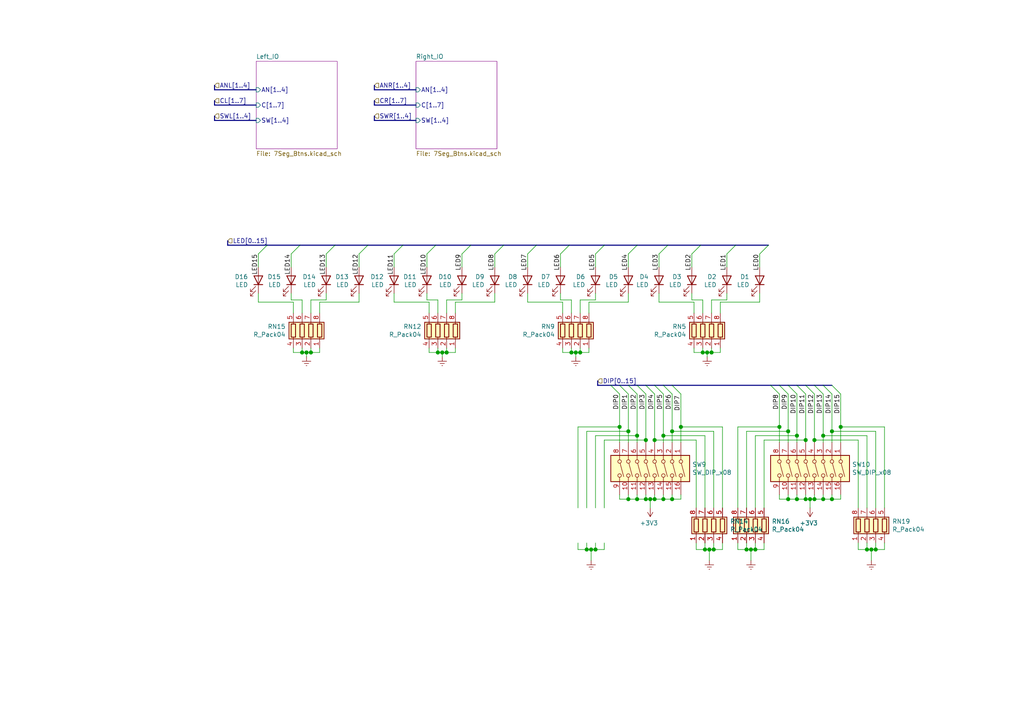
<source format=kicad_sch>
(kicad_sch (version 20200714) (host eeschema "(5.99.0-2671-gfc0a358ba)")
  (page 3 5)
  (paper "A4")
  (lib_symbols
    (symbol "Device:LED" (pin_numbers hide) (pin_names hide)
      (property "Reference" "D" (at 0 2.54 0))
      (property "Value" "LED" (at 0 -2.54 0))
      (symbol "LED_0_1"
        (polyline (pts (xy -1.27 -1.27) (xy -1.27 1.27)) (stroke (width 0.254)))
        (polyline (pts (xy -1.27 0) (xy 1.27 0)))
        (polyline (pts (xy 1.27 -1.27) (xy 1.27 1.27) (xy -1.27 0) (xy 1.27 -1.27)) (stroke (width 0.254)))
        (polyline (pts (xy -3.048 -0.762) (xy -4.572 -2.286) (xy -3.81 -2.286) (xy -4.572 -2.286) (xy -4.572 -1.524)))
        (polyline (pts (xy -1.778 -0.762) (xy -3.302 -2.286) (xy -2.54 -2.286) (xy -3.302 -2.286) (xy -3.302 -1.524)))
      )
      (symbol "LED_1_1"
        (pin passive line (at -3.81 0 0) (length 2.54) (name "K") (number "1"))
        (pin passive line (at 3.81 0 180) (length 2.54) (name "A") (number "2"))
      )
    )
    (symbol "Device:LED_1" (pin_numbers hide) (pin_names hide)
      (property "Reference" "D" (at 0 2.54 0))
      (property "Value" "LED" (at 0 -2.54 0))
      (symbol "LED_1_0_1"
        (polyline (pts (xy -1.27 -1.27) (xy -1.27 1.27)) (stroke (width 0.254)))
        (polyline (pts (xy -1.27 0) (xy 1.27 0)))
        (polyline (pts (xy 1.27 -1.27) (xy 1.27 1.27) (xy -1.27 0) (xy 1.27 -1.27)) (stroke (width 0.254)))
        (polyline (pts (xy -3.048 -0.762) (xy -4.572 -2.286) (xy -3.81 -2.286) (xy -4.572 -2.286) (xy -4.572 -1.524)))
        (polyline (pts (xy -1.778 -0.762) (xy -3.302 -2.286) (xy -2.54 -2.286) (xy -3.302 -2.286) (xy -3.302 -1.524)))
      )
      (symbol "LED_1_1_1"
        (pin passive line (at -3.81 0 0) (length 2.54) (name "K") (number "1"))
        (pin passive line (at 3.81 0 180) (length 2.54) (name "A") (number "2"))
      )
    )
    (symbol "Device:LED_2" (pin_numbers hide) (pin_names hide)
      (property "Reference" "D" (at 0 2.54 0))
      (property "Value" "LED" (at 0 -2.54 0))
      (symbol "LED_2_0_1"
        (polyline (pts (xy -1.27 -1.27) (xy -1.27 1.27)) (stroke (width 0.254)))
        (polyline (pts (xy -1.27 0) (xy 1.27 0)))
        (polyline (pts (xy 1.27 -1.27) (xy 1.27 1.27) (xy -1.27 0) (xy 1.27 -1.27)) (stroke (width 0.254)))
        (polyline (pts (xy -3.048 -0.762) (xy -4.572 -2.286) (xy -3.81 -2.286) (xy -4.572 -2.286) (xy -4.572 -1.524)))
        (polyline (pts (xy -1.778 -0.762) (xy -3.302 -2.286) (xy -2.54 -2.286) (xy -3.302 -2.286) (xy -3.302 -1.524)))
      )
      (symbol "LED_2_1_1"
        (pin passive line (at -3.81 0 0) (length 2.54) (name "K") (number "1"))
        (pin passive line (at 3.81 0 180) (length 2.54) (name "A") (number "2"))
      )
    )
    (symbol "Device:LED_3" (pin_numbers hide) (pin_names hide)
      (property "Reference" "D" (at 0 2.54 0))
      (property "Value" "LED" (at 0 -2.54 0))
      (symbol "LED_3_0_1"
        (polyline (pts (xy -1.27 -1.27) (xy -1.27 1.27)) (stroke (width 0.254)))
        (polyline (pts (xy -1.27 0) (xy 1.27 0)))
        (polyline (pts (xy 1.27 -1.27) (xy 1.27 1.27) (xy -1.27 0) (xy 1.27 -1.27)) (stroke (width 0.254)))
        (polyline (pts (xy -3.048 -0.762) (xy -4.572 -2.286) (xy -3.81 -2.286) (xy -4.572 -2.286) (xy -4.572 -1.524)))
        (polyline (pts (xy -1.778 -0.762) (xy -3.302 -2.286) (xy -2.54 -2.286) (xy -3.302 -2.286) (xy -3.302 -1.524)))
      )
      (symbol "LED_3_1_1"
        (pin passive line (at -3.81 0 0) (length 2.54) (name "K") (number "1"))
        (pin passive line (at 3.81 0 180) (length 2.54) (name "A") (number "2"))
      )
    )
    (symbol "Device:R_Pack04" (pin_names (offset 0) hide)
      (property "Reference" "RN" (at -7.62 0 90))
      (property "Value" "R_Pack04" (at 5.08 0 90))
      (symbol "R_Pack04_0_1"
        (rectangle (start -3.175 1.905) (end -1.905 -1.905) (stroke (width 0.254)))
        (rectangle (start -5.715 1.905) (end -4.445 -1.905) (stroke (width 0.254)))
        (rectangle (start -0.635 1.905) (end 0.635 -1.905) (stroke (width 0.254)))
        (rectangle (start -6.35 -2.413) (end 3.81 2.413) (stroke (width 0.254)) (fill (type background)))
        (rectangle (start 1.905 1.905) (end 3.175 -1.905) (stroke (width 0.254)))
        (polyline (pts (xy -2.54 -2.54) (xy -2.54 -1.905)))
        (polyline (pts (xy -2.54 1.905) (xy -2.54 2.54)))
        (polyline (pts (xy -5.08 -2.54) (xy -5.08 -1.905)))
        (polyline (pts (xy -5.08 1.905) (xy -5.08 2.54)))
        (polyline (pts (xy 0 -2.54) (xy 0 -1.905)))
        (polyline (pts (xy 0 1.905) (xy 0 2.54)))
        (polyline (pts (xy 2.54 -2.54) (xy 2.54 -1.905)))
        (polyline (pts (xy 2.54 1.905) (xy 2.54 2.54)))
      )
      (symbol "R_Pack04_1_1"
        (pin passive line (at -5.08 -5.08 90) (length 2.54) (name "R1.1") (number "1"))
        (pin passive line (at -5.08 5.08 270) (length 2.54) (name "R1.2") (number "8"))
        (pin passive line (at -2.54 -5.08 90) (length 2.54) (name "R2.1") (number "2"))
        (pin passive line (at -2.54 5.08 270) (length 2.54) (name "R2.2") (number "7"))
        (pin passive line (at 0 -5.08 90) (length 2.54) (name "R3.1") (number "3"))
        (pin passive line (at 0 5.08 270) (length 2.54) (name "R3.2") (number "6"))
        (pin passive line (at 2.54 -5.08 90) (length 2.54) (name "R4.1") (number "4"))
        (pin passive line (at 2.54 5.08 270) (length 2.54) (name "R4.2") (number "5"))
      )
    )
    (symbol "Switch:SW_DIP_x08" (pin_names (offset 0) hide)
      (property "Reference" "SW" (at 0 13.97 0))
      (property "Value" "SW_DIP_x08" (at 0 -11.43 0))
      (symbol "SW_DIP_x08_0_0"
        (circle (center -2.032 -7.62) (radius 0.508))
        (circle (center -2.032 -5.08) (radius 0.508))
        (circle (center -2.032 -2.54) (radius 0.508))
        (circle (center -2.032 0) (radius 0.508))
        (circle (center -2.032 2.54) (radius 0.508))
        (circle (center -2.032 5.08) (radius 0.508))
        (circle (center -2.032 7.62) (radius 0.508))
        (circle (center -2.032 10.16) (radius 0.508))
        (circle (center 2.032 -7.62) (radius 0.508))
        (circle (center 2.032 -5.08) (radius 0.508))
        (circle (center 2.032 -2.54) (radius 0.508))
        (circle (center 2.032 0) (radius 0.508))
        (circle (center 2.032 2.54) (radius 0.508))
        (circle (center 2.032 5.08) (radius 0.508))
        (circle (center 2.032 7.62) (radius 0.508))
        (circle (center 2.032 10.16) (radius 0.508))
        (polyline (pts (xy -1.524 -7.4676) (xy 2.3622 -6.4262)))
        (polyline (pts (xy -1.524 -4.9276) (xy 2.3622 -3.8862)))
        (polyline (pts (xy -1.524 -2.3876) (xy 2.3622 -1.3462)))
        (polyline (pts (xy -1.524 0.127) (xy 2.3622 1.1684)))
        (polyline (pts (xy -1.524 2.667) (xy 2.3622 3.7084)))
        (polyline (pts (xy -1.524 5.207) (xy 2.3622 6.2484)))
        (polyline (pts (xy -1.524 7.747) (xy 2.3622 8.7884)))
        (polyline (pts (xy -1.524 10.287) (xy 2.3622 11.3284)))
      )
      (symbol "SW_DIP_x08_0_1"
        (rectangle (start -3.81 12.7) (end 3.81 -10.16) (stroke (width 0.254)) (fill (type background)))
      )
      (symbol "SW_DIP_x08_1_1"
        (pin passive line (at -7.62 10.16 0) (length 5.08) (name "~") (number "1"))
        (pin passive line (at 7.62 -5.08 180) (length 5.08) (name "~") (number "10"))
        (pin passive line (at 7.62 -2.54 180) (length 5.08) (name "~") (number "11"))
        (pin passive line (at 7.62 0 180) (length 5.08) (name "~") (number "12"))
        (pin passive line (at 7.62 2.54 180) (length 5.08) (name "~") (number "13"))
        (pin passive line (at 7.62 5.08 180) (length 5.08) (name "~") (number "14"))
        (pin passive line (at 7.62 7.62 180) (length 5.08) (name "~") (number "15"))
        (pin passive line (at 7.62 10.16 180) (length 5.08) (name "~") (number "16"))
        (pin passive line (at -7.62 7.62 0) (length 5.08) (name "~") (number "2"))
        (pin passive line (at -7.62 5.08 0) (length 5.08) (name "~") (number "3"))
        (pin passive line (at -7.62 2.54 0) (length 5.08) (name "~") (number "4"))
        (pin passive line (at -7.62 0 0) (length 5.08) (name "~") (number "5"))
        (pin passive line (at -7.62 -2.54 0) (length 5.08) (name "~") (number "6"))
        (pin passive line (at -7.62 -5.08 0) (length 5.08) (name "~") (number "7"))
        (pin passive line (at -7.62 -7.62 0) (length 5.08) (name "~") (number "8"))
        (pin passive line (at 7.62 -7.62 180) (length 5.08) (name "~") (number "9"))
      )
    )
    (symbol "power:+3V3" (power) (pin_names (offset 0))
      (property "Value" "+3V3" (at 0 3.556 0))
      (symbol "+3V3_0_1"
        (polyline (pts (xy -0.762 1.27) (xy 0 2.54)))
        (polyline (pts (xy 0 0) (xy 0 2.54)))
        (polyline (pts (xy 0 2.54) (xy 0.762 1.27)))
      )
      (symbol "+3V3_1_1"
        (pin power_in line (at 0 0 90) (length 0) hide (name "+3V3") (number "1"))
      )
    )
    (symbol "power:GNDREF" (power) (pin_names (offset 0))
      (property "Value" "GNDREF" (at 0 -3.81 0))
      (symbol "GNDREF_0_1"
        (polyline (pts (xy -0.635 -1.905) (xy 0.635 -1.905)))
        (polyline (pts (xy -0.127 -2.54) (xy 0.127 -2.54)))
        (polyline (pts (xy 0 -1.27) (xy 0 0)))
        (polyline (pts (xy 1.27 -1.27) (xy -1.27 -1.27)))
      )
      (symbol "GNDREF_1_1"
        (pin power_in line (at 0 0 270) (length 0) hide (name "GNDREF") (number "1"))
      )
    )
  )
  (junction (at 87.63 102.235) (diameter 1.016))
  (junction (at 88.9 102.235) (diameter 1.016))
  (junction (at 90.17 102.235) (diameter 1.016))
  (junction (at 127 102.235) (diameter 1.016))
  (junction (at 128.27 102.235) (diameter 1.016))
  (junction (at 129.54 102.235) (diameter 1.016))
  (junction (at 165.735 102.235) (diameter 1.016))
  (junction (at 167.005 102.235) (diameter 1.016))
  (junction (at 168.275 102.235) (diameter 1.016))
  (junction (at 170.18 159.385) (diameter 1.016))
  (junction (at 171.45 159.385) (diameter 1.016))
  (junction (at 172.72 159.385) (diameter 1.016))
  (junction (at 179.705 123.825) (diameter 1.016))
  (junction (at 182.245 125.095) (diameter 1.016))
  (junction (at 182.245 144.78) (diameter 1.016))
  (junction (at 184.785 126.365) (diameter 1.016))
  (junction (at 184.785 144.78) (diameter 1.016))
  (junction (at 187.325 127.635) (diameter 1.016))
  (junction (at 187.325 144.78) (diameter 1.016))
  (junction (at 188.595 144.78) (diameter 1.016))
  (junction (at 189.865 127.635) (diameter 1.016))
  (junction (at 189.865 144.78) (diameter 1.016))
  (junction (at 192.405 126.365) (diameter 1.016))
  (junction (at 192.405 144.78) (diameter 1.016))
  (junction (at 194.945 125.095) (diameter 1.016))
  (junction (at 194.945 144.78) (diameter 1.016))
  (junction (at 197.485 123.825) (diameter 1.016))
  (junction (at 203.835 102.235) (diameter 1.016))
  (junction (at 204.47 159.385) (diameter 1.016))
  (junction (at 205.105 102.235) (diameter 1.016))
  (junction (at 205.74 159.385) (diameter 1.016))
  (junction (at 206.375 102.235) (diameter 1.016))
  (junction (at 207.01 159.385) (diameter 1.016))
  (junction (at 216.535 159.385) (diameter 1.016))
  (junction (at 217.805 159.385) (diameter 1.016))
  (junction (at 219.075 159.385) (diameter 1.016))
  (junction (at 226.06 123.825) (diameter 1.016))
  (junction (at 228.6 125.095) (diameter 1.016))
  (junction (at 228.6 144.78) (diameter 1.016))
  (junction (at 231.14 126.365) (diameter 1.016))
  (junction (at 231.14 144.78) (diameter 1.016))
  (junction (at 233.68 127.635) (diameter 1.016))
  (junction (at 233.68 144.78) (diameter 1.016))
  (junction (at 234.95 144.78) (diameter 1.016))
  (junction (at 236.22 127.635) (diameter 1.016))
  (junction (at 236.22 144.78) (diameter 1.016))
  (junction (at 238.76 126.365) (diameter 1.016))
  (junction (at 238.76 144.78) (diameter 1.016))
  (junction (at 241.3 125.095) (diameter 1.016))
  (junction (at 241.3 144.78) (diameter 1.016))
  (junction (at 243.84 123.825) (diameter 1.016))
  (junction (at 251.46 159.385) (diameter 1.016))
  (junction (at 252.73 159.385) (diameter 1.016))
  (junction (at 254 159.385) (diameter 1.016))
  (bus_entry (at 77.47 71.12) (size -2.54 2.54) (stroke (width 0.1524)))
  (bus_entry (at 86.995 71.12) (size -2.54 2.54) (stroke (width 0.1524)))
  (bus_entry (at 97.155 71.12) (size -2.54 2.54) (stroke (width 0.1524)))
  (bus_entry (at 106.68 71.12) (size -2.54 2.54) (stroke (width 0.1524)))
  (bus_entry (at 116.84 71.12) (size -2.54 2.54) (stroke (width 0.1524)))
  (bus_entry (at 126.365 71.12) (size -2.54 2.54) (stroke (width 0.1524)))
  (bus_entry (at 136.525 71.12) (size -2.54 2.54) (stroke (width 0.1524)))
  (bus_entry (at 146.05 71.12) (size -2.54 2.54) (stroke (width 0.1524)))
  (bus_entry (at 155.575 71.12) (size -2.54 2.54) (stroke (width 0.1524)))
  (bus_entry (at 165.1 71.12) (size -2.54 2.54) (stroke (width 0.1524)))
  (bus_entry (at 175.26 71.12) (size -2.54 2.54) (stroke (width 0.1524)))
  (bus_entry (at 177.165 111.76) (size 2.54 2.54) (stroke (width 0.1524)))
  (bus_entry (at 179.705 111.76) (size 2.54 2.54) (stroke (width 0.1524)))
  (bus_entry (at 182.245 111.76) (size 2.54 2.54) (stroke (width 0.1524)))
  (bus_entry (at 184.785 71.12) (size -2.54 2.54) (stroke (width 0.1524)))
  (bus_entry (at 184.785 111.76) (size 2.54 2.54) (stroke (width 0.1524)))
  (bus_entry (at 187.325 111.76) (size 2.54 2.54) (stroke (width 0.1524)))
  (bus_entry (at 189.865 111.76) (size 2.54 2.54) (stroke (width 0.1524)))
  (bus_entry (at 192.405 111.76) (size 2.54 2.54) (stroke (width 0.1524)))
  (bus_entry (at 193.675 71.12) (size -2.54 2.54) (stroke (width 0.1524)))
  (bus_entry (at 194.945 111.76) (size 2.54 2.54) (stroke (width 0.1524)))
  (bus_entry (at 203.2 71.12) (size -2.54 2.54) (stroke (width 0.1524)))
  (bus_entry (at 213.36 71.12) (size -2.54 2.54) (stroke (width 0.1524)))
  (bus_entry (at 222.885 71.12) (size -2.54 2.54) (stroke (width 0.1524)))
  (bus_entry (at 223.52 111.76) (size 2.54 2.54) (stroke (width 0.1524)))
  (bus_entry (at 226.06 111.76) (size 2.54 2.54) (stroke (width 0.1524)))
  (bus_entry (at 228.6 111.76) (size 2.54 2.54) (stroke (width 0.1524)))
  (bus_entry (at 231.14 111.76) (size 2.54 2.54) (stroke (width 0.1524)))
  (bus_entry (at 233.68 111.76) (size 2.54 2.54) (stroke (width 0.1524)))
  (bus_entry (at 236.22 111.76) (size 2.54 2.54) (stroke (width 0.1524)))
  (bus_entry (at 238.76 111.76) (size 2.54 2.54) (stroke (width 0.1524)))
  (bus_entry (at 241.3 111.76) (size 2.54 2.54) (stroke (width 0.1524)))
  (wire (pts (xy 74.93 73.66) (xy 74.93 77.47)))
  (wire (pts (xy 74.93 87.63) (xy 74.93 85.09)))
  (wire (pts (xy 84.455 73.66) (xy 84.455 77.47)))
  (wire (pts (xy 84.455 85.09) (xy 84.455 86.995)))
  (wire (pts (xy 84.455 86.995) (xy 87.63 86.995)))
  (wire (pts (xy 85.09 87.63) (xy 74.93 87.63)))
  (wire (pts (xy 85.09 90.805) (xy 85.09 87.63)))
  (wire (pts (xy 85.09 102.235) (xy 85.09 100.965)))
  (wire (pts (xy 85.09 102.235) (xy 87.63 102.235)))
  (wire (pts (xy 87.63 86.995) (xy 87.63 90.805)))
  (wire (pts (xy 87.63 100.965) (xy 87.63 102.235)))
  (wire (pts (xy 87.63 102.235) (xy 88.9 102.235)))
  (wire (pts (xy 88.9 102.235) (xy 88.9 103.505)))
  (wire (pts (xy 88.9 102.235) (xy 90.17 102.235)))
  (wire (pts (xy 90.17 86.995) (xy 90.17 90.805)))
  (wire (pts (xy 90.17 100.965) (xy 90.17 102.235)))
  (wire (pts (xy 90.17 102.235) (xy 92.71 102.235)))
  (wire (pts (xy 92.71 87.63) (xy 92.71 90.805)))
  (wire (pts (xy 92.71 100.965) (xy 92.71 102.235)))
  (wire (pts (xy 94.615 73.66) (xy 94.615 77.47)))
  (wire (pts (xy 94.615 85.09) (xy 94.615 86.995)))
  (wire (pts (xy 94.615 86.995) (xy 90.17 86.995)))
  (wire (pts (xy 104.14 73.66) (xy 104.14 77.47)))
  (wire (pts (xy 104.14 85.09) (xy 104.14 87.63)))
  (wire (pts (xy 104.14 87.63) (xy 92.71 87.63)))
  (wire (pts (xy 114.3 73.66) (xy 114.3 77.47)))
  (wire (pts (xy 114.3 87.63) (xy 114.3 85.09)))
  (wire (pts (xy 123.825 73.66) (xy 123.825 77.47)))
  (wire (pts (xy 123.825 85.09) (xy 123.825 86.995)))
  (wire (pts (xy 123.825 86.995) (xy 127 86.995)))
  (wire (pts (xy 124.46 87.63) (xy 114.3 87.63)))
  (wire (pts (xy 124.46 90.805) (xy 124.46 87.63)))
  (wire (pts (xy 124.46 102.235) (xy 124.46 100.965)))
  (wire (pts (xy 124.46 102.235) (xy 127 102.235)))
  (wire (pts (xy 127 86.995) (xy 127 90.805)))
  (wire (pts (xy 127 100.965) (xy 127 102.235)))
  (wire (pts (xy 127 102.235) (xy 128.27 102.235)))
  (wire (pts (xy 128.27 102.235) (xy 128.27 103.505)))
  (wire (pts (xy 128.27 102.235) (xy 129.54 102.235)))
  (wire (pts (xy 129.54 86.995) (xy 129.54 90.805)))
  (wire (pts (xy 129.54 100.965) (xy 129.54 102.235)))
  (wire (pts (xy 129.54 102.235) (xy 132.08 102.235)))
  (wire (pts (xy 132.08 87.63) (xy 132.08 90.805)))
  (wire (pts (xy 132.08 100.965) (xy 132.08 102.235)))
  (wire (pts (xy 133.985 73.66) (xy 133.985 77.47)))
  (wire (pts (xy 133.985 85.09) (xy 133.985 86.995)))
  (wire (pts (xy 133.985 86.995) (xy 129.54 86.995)))
  (wire (pts (xy 143.51 73.66) (xy 143.51 77.47)))
  (wire (pts (xy 143.51 85.09) (xy 143.51 87.63)))
  (wire (pts (xy 143.51 87.63) (xy 132.08 87.63)))
  (wire (pts (xy 153.035 73.66) (xy 153.035 77.47)))
  (wire (pts (xy 153.035 87.63) (xy 153.035 85.09)))
  (wire (pts (xy 162.56 73.66) (xy 162.56 77.47)))
  (wire (pts (xy 162.56 85.09) (xy 162.56 86.995)))
  (wire (pts (xy 162.56 86.995) (xy 165.735 86.995)))
  (wire (pts (xy 163.195 87.63) (xy 153.035 87.63)))
  (wire (pts (xy 163.195 90.805) (xy 163.195 87.63)))
  (wire (pts (xy 163.195 102.235) (xy 163.195 100.965)))
  (wire (pts (xy 163.195 102.235) (xy 165.735 102.235)))
  (wire (pts (xy 165.735 86.995) (xy 165.735 90.805)))
  (wire (pts (xy 165.735 100.965) (xy 165.735 102.235)))
  (wire (pts (xy 165.735 102.235) (xy 167.005 102.235)))
  (wire (pts (xy 167.005 102.235) (xy 167.005 103.505)))
  (wire (pts (xy 167.005 102.235) (xy 168.275 102.235)))
  (wire (pts (xy 167.64 123.825) (xy 179.705 123.825)))
  (wire (pts (xy 167.64 147.32) (xy 167.64 123.825)))
  (wire (pts (xy 167.64 157.48) (xy 167.64 159.385)))
  (wire (pts (xy 167.64 159.385) (xy 170.18 159.385)))
  (wire (pts (xy 168.275 86.995) (xy 168.275 90.805)))
  (wire (pts (xy 168.275 100.965) (xy 168.275 102.235)))
  (wire (pts (xy 168.275 102.235) (xy 170.815 102.235)))
  (wire (pts (xy 170.18 125.095) (xy 182.245 125.095)))
  (wire (pts (xy 170.18 147.32) (xy 170.18 125.095)))
  (wire (pts (xy 170.18 157.48) (xy 170.18 159.385)))
  (wire (pts (xy 170.18 159.385) (xy 171.45 159.385)))
  (wire (pts (xy 170.815 87.63) (xy 170.815 90.805)))
  (wire (pts (xy 170.815 100.965) (xy 170.815 102.235)))
  (wire (pts (xy 171.45 159.385) (xy 171.45 162.56)))
  (wire (pts (xy 171.45 159.385) (xy 172.72 159.385)))
  (wire (pts (xy 172.72 73.66) (xy 172.72 77.47)))
  (wire (pts (xy 172.72 85.09) (xy 172.72 86.995)))
  (wire (pts (xy 172.72 86.995) (xy 168.275 86.995)))
  (wire (pts (xy 172.72 126.365) (xy 172.72 147.32)))
  (wire (pts (xy 172.72 126.365) (xy 184.785 126.365)))
  (wire (pts (xy 172.72 157.48) (xy 172.72 159.385)))
  (wire (pts (xy 172.72 159.385) (xy 175.26 159.385)))
  (wire (pts (xy 175.26 127.635) (xy 187.325 127.635)))
  (wire (pts (xy 175.26 147.32) (xy 175.26 127.635)))
  (wire (pts (xy 175.26 159.385) (xy 175.26 157.48)))
  (wire (pts (xy 179.705 114.3) (xy 179.705 123.825)))
  (wire (pts (xy 179.705 123.825) (xy 179.705 128.27)))
  (wire (pts (xy 179.705 143.51) (xy 179.705 144.78)))
  (wire (pts (xy 179.705 144.78) (xy 182.245 144.78)))
  (wire (pts (xy 182.245 73.66) (xy 182.245 77.47)))
  (wire (pts (xy 182.245 85.09) (xy 182.245 87.63)))
  (wire (pts (xy 182.245 87.63) (xy 170.815 87.63)))
  (wire (pts (xy 182.245 114.3) (xy 182.245 125.095)))
  (wire (pts (xy 182.245 125.095) (xy 182.245 128.27)))
  (wire (pts (xy 182.245 143.51) (xy 182.245 144.78)))
  (wire (pts (xy 182.245 144.78) (xy 184.785 144.78)))
  (wire (pts (xy 184.785 114.3) (xy 184.785 126.365)))
  (wire (pts (xy 184.785 126.365) (xy 184.785 128.27)))
  (wire (pts (xy 184.785 143.51) (xy 184.785 144.78)))
  (wire (pts (xy 184.785 144.78) (xy 187.325 144.78)))
  (wire (pts (xy 187.325 114.3) (xy 187.325 127.635)))
  (wire (pts (xy 187.325 127.635) (xy 187.325 128.27)))
  (wire (pts (xy 187.325 143.51) (xy 187.325 144.78)))
  (wire (pts (xy 187.325 144.78) (xy 188.595 144.78)))
  (wire (pts (xy 188.595 144.78) (xy 188.595 147.32)))
  (wire (pts (xy 188.595 144.78) (xy 189.865 144.78)))
  (wire (pts (xy 189.865 114.3) (xy 189.865 127.635)))
  (wire (pts (xy 189.865 127.635) (xy 189.865 128.27)))
  (wire (pts (xy 189.865 127.635) (xy 201.93 127.635)))
  (wire (pts (xy 189.865 143.51) (xy 189.865 144.78)))
  (wire (pts (xy 189.865 144.78) (xy 192.405 144.78)))
  (wire (pts (xy 191.135 73.66) (xy 191.135 77.47)))
  (wire (pts (xy 191.135 87.63) (xy 191.135 85.09)))
  (wire (pts (xy 192.405 114.3) (xy 192.405 126.365)))
  (wire (pts (xy 192.405 126.365) (xy 192.405 128.27)))
  (wire (pts (xy 192.405 143.51) (xy 192.405 144.78)))
  (wire (pts (xy 192.405 144.78) (xy 194.945 144.78)))
  (wire (pts (xy 194.945 114.3) (xy 194.945 125.095)))
  (wire (pts (xy 194.945 125.095) (xy 194.945 128.27)))
  (wire (pts (xy 194.945 125.095) (xy 207.01 125.095)))
  (wire (pts (xy 194.945 143.51) (xy 194.945 144.78)))
  (wire (pts (xy 194.945 144.78) (xy 197.485 144.78)))
  (wire (pts (xy 197.485 114.3) (xy 197.485 123.825)))
  (wire (pts (xy 197.485 123.825) (xy 197.485 128.27)))
  (wire (pts (xy 197.485 144.78) (xy 197.485 143.51)))
  (wire (pts (xy 200.66 73.66) (xy 200.66 77.47)))
  (wire (pts (xy 200.66 85.09) (xy 200.66 86.995)))
  (wire (pts (xy 200.66 86.995) (xy 203.835 86.995)))
  (wire (pts (xy 201.295 87.63) (xy 191.135 87.63)))
  (wire (pts (xy 201.295 90.805) (xy 201.295 87.63)))
  (wire (pts (xy 201.295 102.235) (xy 201.295 100.965)))
  (wire (pts (xy 201.295 102.235) (xy 203.835 102.235)))
  (wire (pts (xy 201.93 127.635) (xy 201.93 147.32)))
  (wire (pts (xy 201.93 157.48) (xy 201.93 159.385)))
  (wire (pts (xy 201.93 159.385) (xy 204.47 159.385)))
  (wire (pts (xy 203.835 86.995) (xy 203.835 90.805)))
  (wire (pts (xy 203.835 100.965) (xy 203.835 102.235)))
  (wire (pts (xy 203.835 102.235) (xy 205.105 102.235)))
  (wire (pts (xy 204.47 126.365) (xy 192.405 126.365)))
  (wire (pts (xy 204.47 147.32) (xy 204.47 126.365)))
  (wire (pts (xy 204.47 157.48) (xy 204.47 159.385)))
  (wire (pts (xy 204.47 159.385) (xy 205.74 159.385)))
  (wire (pts (xy 205.105 102.235) (xy 205.105 103.505)))
  (wire (pts (xy 205.105 102.235) (xy 206.375 102.235)))
  (wire (pts (xy 205.74 159.385) (xy 205.74 162.56)))
  (wire (pts (xy 205.74 159.385) (xy 207.01 159.385)))
  (wire (pts (xy 206.375 86.995) (xy 206.375 90.805)))
  (wire (pts (xy 206.375 100.965) (xy 206.375 102.235)))
  (wire (pts (xy 206.375 102.235) (xy 208.915 102.235)))
  (wire (pts (xy 207.01 125.095) (xy 207.01 147.32)))
  (wire (pts (xy 207.01 157.48) (xy 207.01 159.385)))
  (wire (pts (xy 207.01 159.385) (xy 209.55 159.385)))
  (wire (pts (xy 208.915 87.63) (xy 208.915 90.805)))
  (wire (pts (xy 208.915 100.965) (xy 208.915 102.235)))
  (wire (pts (xy 209.55 123.825) (xy 197.485 123.825)))
  (wire (pts (xy 209.55 147.32) (xy 209.55 123.825)))
  (wire (pts (xy 209.55 159.385) (xy 209.55 157.48)))
  (wire (pts (xy 210.82 73.66) (xy 210.82 77.47)))
  (wire (pts (xy 210.82 85.09) (xy 210.82 86.995)))
  (wire (pts (xy 210.82 86.995) (xy 206.375 86.995)))
  (wire (pts (xy 213.995 123.825) (xy 226.06 123.825)))
  (wire (pts (xy 213.995 147.32) (xy 213.995 123.825)))
  (wire (pts (xy 213.995 157.48) (xy 213.995 159.385)))
  (wire (pts (xy 213.995 159.385) (xy 216.535 159.385)))
  (wire (pts (xy 216.535 125.095) (xy 228.6 125.095)))
  (wire (pts (xy 216.535 147.32) (xy 216.535 125.095)))
  (wire (pts (xy 216.535 157.48) (xy 216.535 159.385)))
  (wire (pts (xy 216.535 159.385) (xy 217.805 159.385)))
  (wire (pts (xy 217.805 159.385) (xy 217.805 162.56)))
  (wire (pts (xy 217.805 159.385) (xy 219.075 159.385)))
  (wire (pts (xy 219.075 126.365) (xy 219.075 147.32)))
  (wire (pts (xy 219.075 126.365) (xy 231.14 126.365)))
  (wire (pts (xy 219.075 157.48) (xy 219.075 159.385)))
  (wire (pts (xy 219.075 159.385) (xy 221.615 159.385)))
  (wire (pts (xy 220.345 73.66) (xy 220.345 77.47)))
  (wire (pts (xy 220.345 85.09) (xy 220.345 87.63)))
  (wire (pts (xy 220.345 87.63) (xy 208.915 87.63)))
  (wire (pts (xy 221.615 127.635) (xy 233.68 127.635)))
  (wire (pts (xy 221.615 147.32) (xy 221.615 127.635)))
  (wire (pts (xy 221.615 159.385) (xy 221.615 157.48)))
  (wire (pts (xy 226.06 114.3) (xy 226.06 123.825)))
  (wire (pts (xy 226.06 123.825) (xy 226.06 128.27)))
  (wire (pts (xy 226.06 143.51) (xy 226.06 144.78)))
  (wire (pts (xy 226.06 144.78) (xy 228.6 144.78)))
  (wire (pts (xy 228.6 114.3) (xy 228.6 125.095)))
  (wire (pts (xy 228.6 125.095) (xy 228.6 128.27)))
  (wire (pts (xy 228.6 143.51) (xy 228.6 144.78)))
  (wire (pts (xy 228.6 144.78) (xy 231.14 144.78)))
  (wire (pts (xy 231.14 114.3) (xy 231.14 126.365)))
  (wire (pts (xy 231.14 126.365) (xy 231.14 128.27)))
  (wire (pts (xy 231.14 143.51) (xy 231.14 144.78)))
  (wire (pts (xy 231.14 144.78) (xy 233.68 144.78)))
  (wire (pts (xy 233.68 114.3) (xy 233.68 127.635)))
  (wire (pts (xy 233.68 127.635) (xy 233.68 128.27)))
  (wire (pts (xy 233.68 143.51) (xy 233.68 144.78)))
  (wire (pts (xy 233.68 144.78) (xy 234.95 144.78)))
  (wire (pts (xy 234.95 144.78) (xy 234.95 147.32)))
  (wire (pts (xy 234.95 144.78) (xy 236.22 144.78)))
  (wire (pts (xy 236.22 114.3) (xy 236.22 127.635)))
  (wire (pts (xy 236.22 127.635) (xy 236.22 128.27)))
  (wire (pts (xy 236.22 127.635) (xy 248.92 127.635)))
  (wire (pts (xy 236.22 143.51) (xy 236.22 144.78)))
  (wire (pts (xy 236.22 144.78) (xy 238.76 144.78)))
  (wire (pts (xy 238.76 114.3) (xy 238.76 126.365)))
  (wire (pts (xy 238.76 126.365) (xy 238.76 128.27)))
  (wire (pts (xy 238.76 126.365) (xy 251.46 126.365)))
  (wire (pts (xy 238.76 143.51) (xy 238.76 144.78)))
  (wire (pts (xy 238.76 144.78) (xy 241.3 144.78)))
  (wire (pts (xy 241.3 114.3) (xy 241.3 125.095)))
  (wire (pts (xy 241.3 125.095) (xy 241.3 128.27)))
  (wire (pts (xy 241.3 143.51) (xy 241.3 144.78)))
  (wire (pts (xy 241.3 144.78) (xy 243.84 144.78)))
  (wire (pts (xy 243.84 114.3) (xy 243.84 123.825)))
  (wire (pts (xy 243.84 123.825) (xy 243.84 128.27)))
  (wire (pts (xy 243.84 123.825) (xy 256.54 123.825)))
  (wire (pts (xy 243.84 144.78) (xy 243.84 143.51)))
  (wire (pts (xy 248.92 127.635) (xy 248.92 147.32)))
  (wire (pts (xy 248.92 157.48) (xy 248.92 159.385)))
  (wire (pts (xy 248.92 159.385) (xy 251.46 159.385)))
  (wire (pts (xy 251.46 126.365) (xy 251.46 147.32)))
  (wire (pts (xy 251.46 157.48) (xy 251.46 159.385)))
  (wire (pts (xy 251.46 159.385) (xy 252.73 159.385)))
  (wire (pts (xy 252.73 159.385) (xy 252.73 162.56)))
  (wire (pts (xy 252.73 159.385) (xy 254 159.385)))
  (wire (pts (xy 254 125.095) (xy 241.3 125.095)))
  (wire (pts (xy 254 147.32) (xy 254 125.095)))
  (wire (pts (xy 254 157.48) (xy 254 159.385)))
  (wire (pts (xy 254 159.385) (xy 256.54 159.385)))
  (wire (pts (xy 256.54 123.825) (xy 256.54 147.32)))
  (wire (pts (xy 256.54 159.385) (xy 256.54 157.48)))
  (bus (pts (xy 62.23 24.765) (xy 62.23 26.035)))
  (bus (pts (xy 62.23 26.035) (xy 74.295 26.035)))
  (bus (pts (xy 62.23 29.21) (xy 62.23 30.48)))
  (bus (pts (xy 62.23 30.48) (xy 74.295 30.48)))
  (bus (pts (xy 62.23 34.925) (xy 62.23 33.655)))
  (bus (pts (xy 66.04 69.85) (xy 66.04 71.12)))
  (bus (pts (xy 66.04 71.12) (xy 77.47 71.12)))
  (bus (pts (xy 74.295 34.925) (xy 62.23 34.925)))
  (bus (pts (xy 77.47 71.12) (xy 86.995 71.12)))
  (bus (pts (xy 86.995 71.12) (xy 97.155 71.12)))
  (bus (pts (xy 97.155 71.12) (xy 106.68 71.12)))
  (bus (pts (xy 106.68 71.12) (xy 116.84 71.12)))
  (bus (pts (xy 108.585 24.765) (xy 108.585 26.035)))
  (bus (pts (xy 108.585 26.035) (xy 120.65 26.035)))
  (bus (pts (xy 108.585 29.21) (xy 108.585 30.48)))
  (bus (pts (xy 108.585 30.48) (xy 120.65 30.48)))
  (bus (pts (xy 108.585 34.925) (xy 108.585 33.655)))
  (bus (pts (xy 116.84 71.12) (xy 126.365 71.12)))
  (bus (pts (xy 120.65 34.925) (xy 108.585 34.925)))
  (bus (pts (xy 126.365 71.12) (xy 136.525 71.12)))
  (bus (pts (xy 136.525 71.12) (xy 146.05 71.12)))
  (bus (pts (xy 146.05 71.12) (xy 155.575 71.12)))
  (bus (pts (xy 155.575 71.12) (xy 165.1 71.12)))
  (bus (pts (xy 165.1 71.12) (xy 175.26 71.12)))
  (bus (pts (xy 173.355 110.49) (xy 173.355 111.76)))
  (bus (pts (xy 173.355 111.76) (xy 177.165 111.76)))
  (bus (pts (xy 175.26 71.12) (xy 184.785 71.12)))
  (bus (pts (xy 177.165 111.76) (xy 179.705 111.76)))
  (bus (pts (xy 179.705 111.76) (xy 182.245 111.76)))
  (bus (pts (xy 182.245 111.76) (xy 184.785 111.76)))
  (bus (pts (xy 184.785 71.12) (xy 193.675 71.12)))
  (bus (pts (xy 184.785 111.76) (xy 187.325 111.76)))
  (bus (pts (xy 187.325 111.76) (xy 189.865 111.76)))
  (bus (pts (xy 189.865 111.76) (xy 192.405 111.76)))
  (bus (pts (xy 192.405 111.76) (xy 194.945 111.76)))
  (bus (pts (xy 193.675 71.12) (xy 203.2 71.12)))
  (bus (pts (xy 194.945 111.76) (xy 223.52 111.76)))
  (bus (pts (xy 203.2 71.12) (xy 213.36 71.12)))
  (bus (pts (xy 213.36 71.12) (xy 222.885 71.12)))
  (bus (pts (xy 223.52 111.76) (xy 226.06 111.76)))
  (bus (pts (xy 226.06 111.76) (xy 228.6 111.76)))
  (bus (pts (xy 228.6 111.76) (xy 231.14 111.76)))
  (bus (pts (xy 231.14 111.76) (xy 233.68 111.76)))
  (bus (pts (xy 233.68 111.76) (xy 236.22 111.76)))
  (bus (pts (xy 236.22 111.76) (xy 238.76 111.76)))
  (bus (pts (xy 238.76 111.76) (xy 241.3 111.76)))
  (label "LED15" (at 74.93 73.66 270))
  (label "LED14" (at 84.455 73.66 270))
  (label "LED13" (at 94.615 73.66 270))
  (label "LED12" (at 104.14 73.66 270))
  (label "LED11" (at 114.3 73.66 270))
  (label "LED10" (at 123.825 73.66 270))
  (label "LED9" (at 133.985 73.66 270))
  (label "LED8" (at 143.51 73.66 270))
  (label "LED7" (at 153.035 73.66 270))
  (label "LED6" (at 162.56 73.66 270))
  (label "LED5" (at 172.72 73.66 270))
  (label "DIP0" (at 179.705 114.3 270))
  (label "LED4" (at 182.245 73.66 270))
  (label "DIP1" (at 182.245 114.3 270))
  (label "DIP2" (at 184.785 114.3 270))
  (label "DIP3" (at 187.325 114.3 270))
  (label "DIP4" (at 189.865 114.3 270))
  (label "LED3" (at 191.135 73.66 270))
  (label "DIP5" (at 192.405 114.3 270))
  (label "DIP6" (at 194.945 114.3 270))
  (label "DIP7" (at 197.485 114.6663 270))
  (label "LED2" (at 200.66 73.66 270))
  (label "LED1" (at 210.82 73.66 270))
  (label "LED0" (at 220.345 73.66 270))
  (label "DIP8" (at 226.06 114.3 270))
  (label "DIP9" (at 228.6 114.3 270))
  (label "DIP10" (at 231.14 114.3 270))
  (label "DIP11" (at 233.68 114.3 270))
  (label "DIP12" (at 236.22 114.3 270))
  (label "DIP13" (at 238.76 114.3 270))
  (label "DIP14" (at 241.3 114.3 270))
  (label "DIP15" (at 243.84 114.3 270))
  (hierarchical_label "ANL[1..4]" (shape input) (at 62.23 24.765 0))
  (hierarchical_label "CL[1..7]" (shape input) (at 62.23 29.21 0))
  (hierarchical_label "SWL[1..4]" (shape input) (at 62.23 33.655 0))
  (hierarchical_label "LED[0..15]" (shape input) (at 66.04 69.85 0))
  (hierarchical_label "ANR[1..4]" (shape input) (at 108.585 24.765 0))
  (hierarchical_label "CR[1..7]" (shape input) (at 108.585 29.21 0))
  (hierarchical_label "SWR[1..4]" (shape input) (at 108.585 33.655 0))
  (hierarchical_label "DIP[0..15]" (shape input) (at 173.355 110.49 0))
  (symbol (lib_id "power:+3V3") (at 188.595 147.32 180) (unit 1)
    (property "Reference" "#PWR061" (effects hide))
    (property "Value" "+3V3" (at 188.214 151.7142 0))
  )
  (symbol (lib_id "power:+3V3") (at 234.95 147.32 180) (unit 1)
    (property "Reference" "#PWR066" (effects hide))
    (property "Value" "+3V3" (at 234.569 151.7142 0))
  )
  (symbol (lib_id "power:GNDREF") (at 88.9 103.505 0) (mirror y) (unit 1)
    (property "Reference" "#PWR064" (effects hide))
    (property "Value" "GNDREF" (effects hide))
  )
  (symbol (lib_id "power:GNDREF") (at 128.27 103.505 0) (mirror y) (unit 1)
    (property "Reference" "#PWR059" (effects hide))
    (property "Value" "GNDREF" (effects hide))
  )
  (symbol (lib_id "power:GNDREF") (at 167.005 103.505 0) (mirror y) (unit 1)
    (property "Reference" "#PWR056" (effects hide))
    (property "Value" "GNDREF" (effects hide))
  )
  (symbol (lib_id "power:GNDREF") (at 171.45 162.56 0) (unit 1)
    (property "Reference" "#PWR060" (effects hide))
    (property "Value" "GNDREF" (effects hide))
  )
  (symbol (lib_id "power:GNDREF") (at 205.105 103.505 0) (mirror y) (unit 1)
    (property "Reference" "#PWR052" (effects hide))
    (property "Value" "GNDREF" (effects hide))
  )
  (symbol (lib_id "power:GNDREF") (at 205.74 162.56 0) (unit 1)
    (property "Reference" "#PWR063" (effects hide))
    (property "Value" "GNDREF" (effects hide))
  )
  (symbol (lib_id "power:GNDREF") (at 217.805 162.56 0) (unit 1)
    (property "Reference" "#PWR065" (effects hide))
    (property "Value" "GNDREF" (effects hide))
  )
  (symbol (lib_id "power:GNDREF") (at 252.73 162.56 0) (unit 1)
    (property "Reference" "#PWR067" (effects hide))
    (property "Value" "GNDREF" (effects hide))
  )
  (symbol (lib_id "Device:LED") (at 74.93 81.28 270) (mirror x) (unit 1)
    (property "Reference" "D16" (at 71.9582 80.2894 90) (effects (justify right)))
    (property "Value" "LED" (at 71.9582 82.6008 90) (effects (justify right)))
    (property "Footprint" "LED_SMD:LED_0402_1005Metric" (effects hide))
  )
  (symbol (lib_id "Device:LED") (at 84.455 81.28 270) (mirror x) (unit 1)
    (property "Reference" "D15" (at 81.4832 80.2894 90) (effects (justify right)))
    (property "Value" "LED" (at 81.4832 82.6008 90) (effects (justify right)))
    (property "Footprint" "LED_SMD:LED_0402_1005Metric" (effects hide))
  )
  (symbol (lib_id "Device:LED") (at 94.615 81.28 270) (mirror x) (unit 1)
    (property "Reference" "D14" (at 91.6432 80.2894 90) (effects (justify right)))
    (property "Value" "LED" (at 91.6432 82.6008 90) (effects (justify right)))
    (property "Footprint" "LED_SMD:LED_0402_1005Metric" (effects hide))
  )
  (symbol (lib_id "Device:LED") (at 104.14 81.28 270) (mirror x) (unit 1)
    (property "Reference" "D13" (at 101.1682 80.2894 90) (effects (justify right)))
    (property "Value" "LED" (at 101.1682 82.6008 90) (effects (justify right)))
    (property "Footprint" "LED_SMD:LED_0402_1005Metric" (effects hide))
  )
  (symbol (lib_id "Device:LED") (at 114.3 81.28 270) (mirror x) (unit 1)
    (property "Reference" "D12" (at 111.3282 80.2894 90) (effects (justify right)))
    (property "Value" "LED" (at 111.3282 82.6008 90) (effects (justify right)))
    (property "Footprint" "LED_SMD:LED_0402_1005Metric" (effects hide))
  )
  (symbol (lib_id "Device:LED") (at 123.825 81.28 270) (mirror x) (unit 1)
    (property "Reference" "D11" (at 120.8532 80.2894 90) (effects (justify right)))
    (property "Value" "LED" (at 120.8532 82.6008 90) (effects (justify right)))
    (property "Footprint" "LED_SMD:LED_0402_1005Metric" (effects hide))
  )
  (symbol (lib_id "Device:LED") (at 133.985 81.28 270) (mirror x) (unit 1)
    (property "Reference" "D10" (at 131.0132 80.2894 90) (effects (justify right)))
    (property "Value" "LED" (at 131.0132 82.6008 90) (effects (justify right)))
    (property "Footprint" "LED_SMD:LED_0402_1005Metric" (effects hide))
  )
  (symbol (lib_id "Device:LED") (at 143.51 81.28 270) (mirror x) (unit 1)
    (property "Reference" "D9" (at 140.5382 80.2894 90) (effects (justify right)))
    (property "Value" "LED" (at 140.5382 82.6008 90) (effects (justify right)))
    (property "Footprint" "LED_SMD:LED_0402_1005Metric" (effects hide))
  )
  (symbol (lib_id "Device:LED") (at 153.035 81.28 270) (mirror x) (unit 1)
    (property "Reference" "D8" (at 150.0632 80.2894 90) (effects (justify right)))
    (property "Value" "LED" (at 150.0632 82.6008 90) (effects (justify right)))
    (property "Footprint" "LED_SMD:LED_0402_1005Metric" (effects hide))
  )
  (symbol (lib_id "Device:LED") (at 162.56 81.28 270) (mirror x) (unit 1)
    (property "Reference" "D7" (at 159.5882 80.2894 90) (effects (justify right)))
    (property "Value" "LED" (at 159.5882 82.6008 90) (effects (justify right)))
    (property "Footprint" "LED_SMD:LED_0402_1005Metric" (effects hide))
  )
  (symbol (lib_id "Device:LED") (at 172.72 81.28 270) (mirror x) (unit 1)
    (property "Reference" "D6" (at 169.7482 80.2894 90) (effects (justify right)))
    (property "Value" "LED" (at 169.7482 82.6008 90) (effects (justify right)))
    (property "Footprint" "LED_SMD:LED_0402_1005Metric" (effects hide))
  )
  (symbol (lib_id "Device:LED") (at 182.245 81.28 270) (mirror x) (unit 1)
    (property "Reference" "D5" (at 179.2732 80.2894 90) (effects (justify right)))
    (property "Value" "LED" (at 179.2732 82.6008 90) (effects (justify right)))
    (property "Footprint" "LED_SMD:LED_0402_1005Metric" (effects hide))
  )
  (symbol (lib_id "Device:LED") (at 191.135 81.28 270) (mirror x) (unit 1)
    (property "Reference" "D4" (at 188.1632 80.2894 90) (effects (justify right)))
    (property "Value" "LED" (at 188.1632 82.6008 90) (effects (justify right)))
    (property "Footprint" "LED_SMD:LED_0402_1005Metric" (effects hide))
  )
  (symbol (lib_name "Device:LED_3") (lib_id "Device:LED") (at 200.66 81.28 270) (mirror x) (unit 1)
    (property "Reference" "D3" (at 197.6882 80.2894 90) (effects (justify right)))
    (property "Value" "LED" (at 197.6882 82.6008 90) (effects (justify right)))
    (property "Footprint" "LED_SMD:LED_0402_1005Metric" (effects hide))
  )
  (symbol (lib_name "Device:LED_2") (lib_id "Device:LED") (at 210.82 81.28 270) (mirror x) (unit 1)
    (property "Reference" "D2" (at 207.8482 80.2894 90) (effects (justify right)))
    (property "Value" "LED" (at 207.8482 82.6008 90) (effects (justify right)))
    (property "Footprint" "LED_SMD:LED_0402_1005Metric" (effects hide))
  )
  (symbol (lib_name "Device:LED_1") (lib_id "Device:LED") (at 220.345 81.28 270) (mirror x) (unit 1)
    (property "Reference" "D1" (at 217.3732 80.2894 90) (effects (justify right)))
    (property "Value" "LED" (at 217.3732 82.6008 90) (effects (justify right)))
    (property "Footprint" "LED_SMD:LED_0402_1005Metric" (effects hide))
  )
  (symbol (lib_id "Device:R_Pack04") (at 87.63 95.885 0) (mirror y) (unit 1)
    (property "Reference" "RN15" (at 82.8548 94.7166 0) (effects (justify left)))
    (property "Value" "R_Pack04" (at 82.8548 97.028 0) (effects (justify left)))
    (property "Footprint" "Resistor_SMD:R_Array_Convex_4x0603" (effects hide))
  )
  (symbol (lib_id "Device:R_Pack04") (at 127 95.885 0) (mirror y) (unit 1)
    (property "Reference" "RN12" (at 122.2248 94.7166 0) (effects (justify left)))
    (property "Value" "R_Pack04" (at 122.2248 97.028 0) (effects (justify left)))
    (property "Footprint" "Resistor_SMD:R_Array_Convex_4x0603" (effects hide))
  )
  (symbol (lib_id "Device:R_Pack04") (at 165.735 95.885 0) (mirror y) (unit 1)
    (property "Reference" "RN9" (at 160.9598 94.7166 0) (effects (justify left)))
    (property "Value" "R_Pack04" (at 160.9598 97.028 0) (effects (justify left)))
    (property "Footprint" "Resistor_SMD:R_Array_Convex_4x0603" (effects hide))
  )
  (symbol (lib_id "Device:R_Pack04") (at 203.835 95.885 0) (mirror y) (unit 1)
    (property "Reference" "RN5" (at 199.0598 94.7166 0) (effects (justify left)))
    (property "Value" "R_Pack04" (at 199.0598 97.028 0) (effects (justify left)))
    (property "Footprint" "Resistor_SMD:R_Array_Convex_4x0603" (effects hide))
  )
  (symbol (lib_id "Device:R_Pack04") (at 207.01 152.4 0) (unit 1)
    (property "Reference" "RN14" (at 211.7852 151.2316 0) (effects (justify left)))
    (property "Value" "R_Pack04" (at 211.7852 153.543 0) (effects (justify left)))
    (property "Footprint" "Resistor_SMD:R_Array_Convex_4x0603" (effects hide))
  )
  (symbol (lib_id "Device:R_Pack04") (at 219.075 152.4 0) (unit 1)
    (property "Reference" "RN16" (at 223.8502 151.2316 0) (effects (justify left)))
    (property "Value" "R_Pack04" (at 223.8502 153.543 0) (effects (justify left)))
    (property "Footprint" "Resistor_SMD:R_Array_Convex_4x0603" (effects hide))
  )
  (symbol (lib_id "Device:R_Pack04") (at 254 152.4 0) (unit 1)
    (property "Reference" "RN19" (at 258.7752 151.2316 0) (effects (justify left)))
    (property "Value" "R_Pack04" (at 258.7752 153.543 0) (effects (justify left)))
    (property "Footprint" "Resistor_SMD:R_Array_Convex_4x0603" (effects hide))
  )
  (symbol (lib_id "Switch:SW_DIP_x08") (at 187.325 135.89 270) (unit 1)
    (property "Reference" "SW9" (at 200.787 134.7216 90) (effects (justify left)))
    (property "Value" "SW_DIP_x08" (at 200.787 137.033 90) (effects (justify left)))
    (property "Footprint" "Button_Switch_SMD:SW_DIP_SPSTx08_Slide_Copal_CHS-08B_W7.62mm_P1.27mm" (effects hide))
  )
  (symbol (lib_id "Switch:SW_DIP_x08") (at 233.68 135.89 270) (unit 1)
    (property "Reference" "SW10" (at 247.142 134.7216 90) (effects (justify left)))
    (property "Value" "SW_DIP_x08" (at 247.142 137.033 90) (effects (justify left)))
    (property "Footprint" "Button_Switch_SMD:SW_DIP_SPSTx08_Slide_Copal_CHS-08B_W7.62mm_P1.27mm" (effects hide))
  )
  (sheet (at 74.295 17.78) (size 23.495 25.4) (stroke (width 0.001) (color 132 0 132 1)) (fill (color 255 255 255 0.0000))
    (property "Sheet name" "Left_IO" (at 74.295 17.144 0) (effects (justify left bottom)))
    (property "Sheet file" "7Seg_Btns.kicad_sch" (at 74.295 43.815 0) (effects (justify left top)))
    (pin "AN[1..4]" input (at 74.295 26.035 180))
    (pin "C[1..7]" input (at 74.295 30.48 180))
    (pin "SW[1..4]" input (at 74.295 34.925 180))
  )
  (sheet (at 120.65 17.78) (size 23.495 25.4) (stroke (width 0.001) (color 132 0 132 1)) (fill (color 255 255 255 0.0000))
    (property "Sheet name" "Right_IO" (at 120.65 17.144 0) (effects (justify left bottom)))
    (property "Sheet file" "7Seg_Btns.kicad_sch" (at 120.65 43.815 0) (effects (justify left top)))
    (pin "AN[1..4]" input (at 120.65 26.035 180))
    (pin "C[1..7]" input (at 120.65 30.48 180))
    (pin "SW[1..4]" input (at 120.65 34.925 180))
  )
)
</source>
